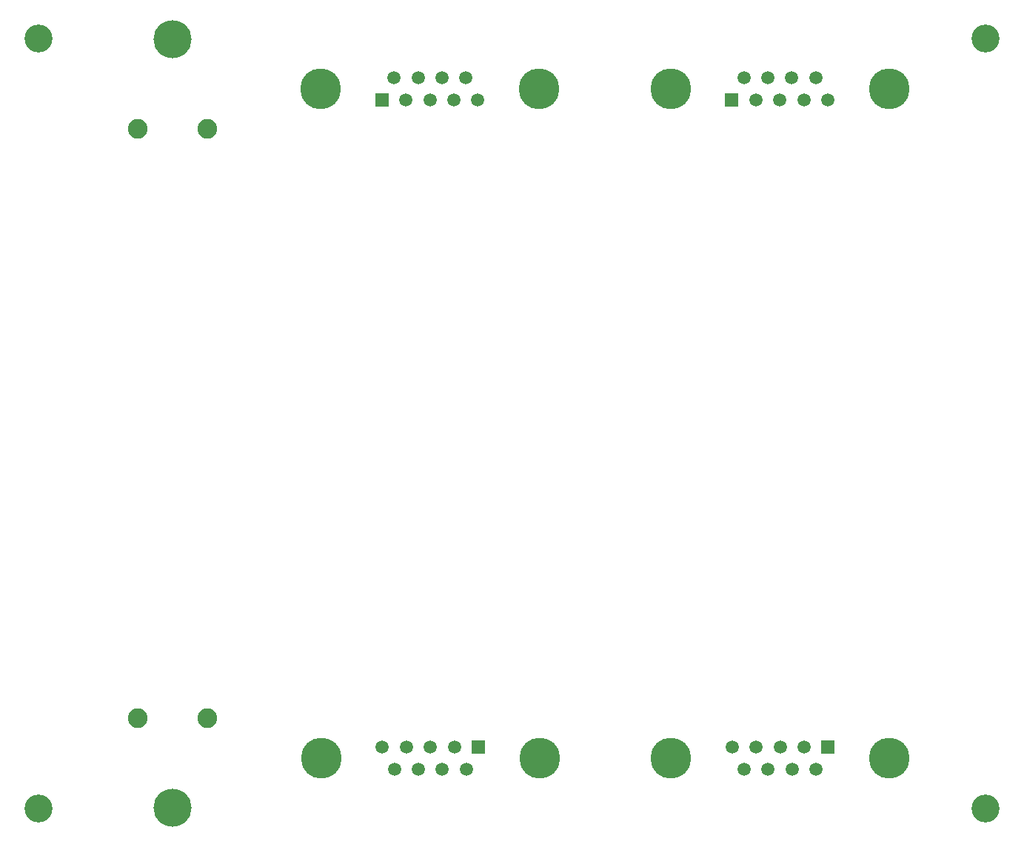
<source format=gbr>
G04 #@! TF.GenerationSoftware,KiCad,Pcbnew,(5.1.10)-1*
G04 #@! TF.CreationDate,2021-08-13T13:47:00+01:00*
G04 #@! TF.ProjectId,DataAqBoardV1.1,44617461-4171-4426-9f61-726456312e31,rev?*
G04 #@! TF.SameCoordinates,Original*
G04 #@! TF.FileFunction,Soldermask,Bot*
G04 #@! TF.FilePolarity,Negative*
%FSLAX46Y46*%
G04 Gerber Fmt 4.6, Leading zero omitted, Abs format (unit mm)*
G04 Created by KiCad (PCBNEW (5.1.10)-1) date 2021-08-13 13:47:00*
%MOMM*%
%LPD*%
G01*
G04 APERTURE LIST*
%ADD10C,3.200000*%
%ADD11C,4.350000*%
%ADD12C,2.250000*%
%ADD13R,1.500000X1.500000*%
%ADD14C,1.500000*%
%ADD15C,4.650000*%
G04 APERTURE END LIST*
D10*
G04 #@! TO.C,*
X194000000Y-144000000D03*
G04 #@! TD*
G04 #@! TO.C,*
X194000000Y-56000000D03*
G04 #@! TD*
G04 #@! TO.C,*
X85700000Y-56000000D03*
G04 #@! TD*
G04 #@! TO.C,*
X85700000Y-144000000D03*
G04 #@! TD*
D11*
G04 #@! TO.C,J1*
X101050000Y-143950000D03*
D12*
X105000000Y-133700000D03*
X97100000Y-133700000D03*
G04 #@! TD*
G04 #@! TO.C,J2*
X105000000Y-66300000D03*
X97100000Y-66300000D03*
D11*
X101050000Y-56050000D03*
G04 #@! TD*
D13*
G04 #@! TO.C,J3*
X165000000Y-63000000D03*
D14*
X167740000Y-63000000D03*
X170480000Y-63000000D03*
X173220000Y-63000000D03*
X175960000Y-63000000D03*
X166370000Y-60460000D03*
X169110000Y-60460000D03*
X171850000Y-60460000D03*
X174590000Y-60460000D03*
D15*
X157980000Y-61730000D03*
X182980000Y-61730000D03*
G04 #@! TD*
G04 #@! TO.C,J4*
X142980000Y-61730000D03*
X117980000Y-61730000D03*
D14*
X134590000Y-60460000D03*
X131850000Y-60460000D03*
X129110000Y-60460000D03*
X126370000Y-60460000D03*
X135960000Y-63000000D03*
X133220000Y-63000000D03*
X130480000Y-63000000D03*
X127740000Y-63000000D03*
D13*
X125000000Y-63000000D03*
G04 #@! TD*
G04 #@! TO.C,J5*
X136000000Y-137000000D03*
D14*
X133260000Y-137000000D03*
X130520000Y-137000000D03*
X127780000Y-137000000D03*
X125040000Y-137000000D03*
X134630000Y-139540000D03*
X131890000Y-139540000D03*
X129150000Y-139540000D03*
X126410000Y-139540000D03*
D15*
X143020000Y-138270000D03*
X118020000Y-138270000D03*
G04 #@! TD*
G04 #@! TO.C,J6*
X158020000Y-138270000D03*
X183020000Y-138270000D03*
D14*
X166410000Y-139540000D03*
X169150000Y-139540000D03*
X171890000Y-139540000D03*
X174630000Y-139540000D03*
X165040000Y-137000000D03*
X167780000Y-137000000D03*
X170520000Y-137000000D03*
X173260000Y-137000000D03*
D13*
X176000000Y-137000000D03*
G04 #@! TD*
M02*

</source>
